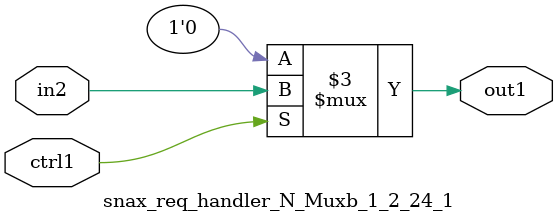
<source format=v>

`timescale 1ps / 1ps


module snax_req_handler_N_Muxb_1_2_24_1( in2, ctrl1, out1 );

    input in2;
    input ctrl1;
    output out1;
    reg out1;

    
    // rtl_process:snax_req_handler_N_Muxb_1_2_24_1/snax_req_handler_N_Muxb_1_2_24_1_thread_1
    always @*
      begin : snax_req_handler_N_Muxb_1_2_24_1_thread_1
        case (ctrl1) 
          1'b1: 
            begin
              out1 = in2;
            end
          default: 
            begin
              out1 = 1'b0;
            end
        endcase
      end

endmodule


</source>
